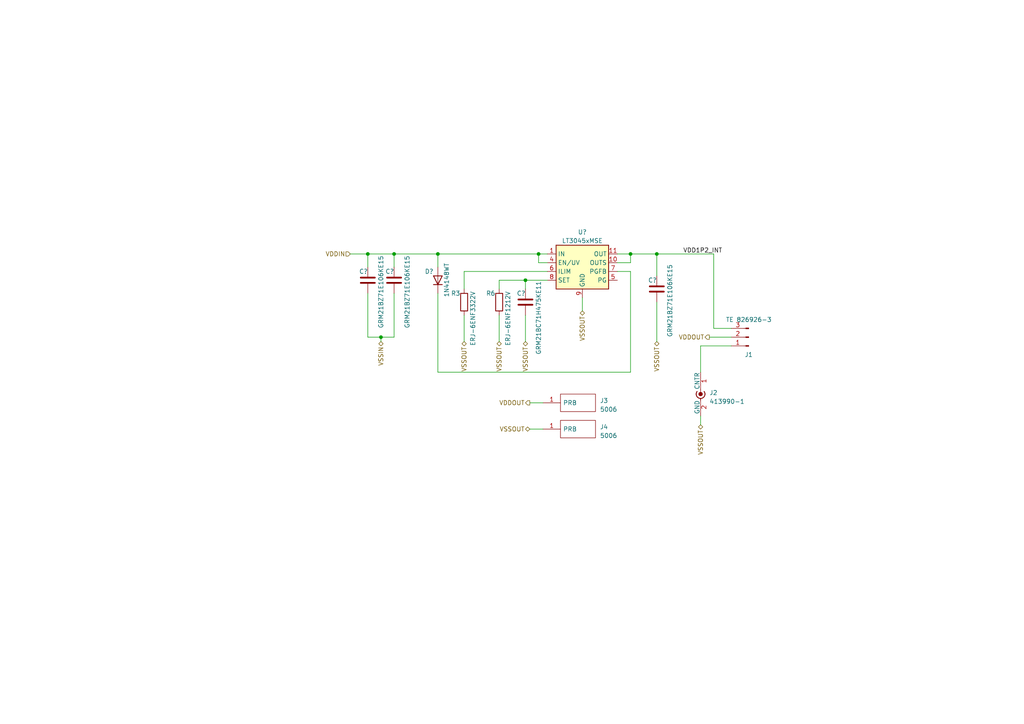
<source format=kicad_sch>
(kicad_sch (version 20230121) (generator eeschema)
  (paper "A4")
  (lib_symbols
    (symbol "Regulator_Linear:LT3045xMSE"
      (property "Reference" "U" (at -6.35 6.35 0))
      (property "Value" "LT3045xMSE" (at 1.27 6.35 0))
      (symbol "LT3045xMSE_0_1"
        (rectangle (start -7.62 5.08) (end 7.62 -7.62) (stroke (width 0.254)) (fill (type background)))
      )
      (symbol "LT3045xMSE_1_1"
        (pin power_in line (at -10.16 2.54 0) (length 2.54) (name "IN") (number "1"))
        (pin input line (at 10.16 0 180) (length 2.54) (name "OUTS") (number "10"))
        (pin power_out line (at 10.16 2.54 180) (length 2.54) (name "OUT") (number "11"))
        (pin passive line (at 10.16 2.54 180) (length 2.54) hide (name "OUT") (number "12"))
        (pin passive line (at 0 -10.16 90) (length 2.54) hide (name "GND") (number "13"))
        (pin passive line (at -10.16 2.54 0) (length 2.54) hide (name "IN") (number "2"))
        (pin passive line (at -10.16 2.54 0) (length 2.54) hide (name "IN") (number "3"))
        (pin input line (at -10.16 0 0) (length 2.54) (name "EN/UV") (number "4"))
        (pin open_collector line (at 10.16 -5.08 180) (length 2.54) (name "PG") (number "5"))
        (pin passive line (at -10.16 -2.54 0) (length 2.54) (name "ILIM") (number "6"))
        (pin input line (at 10.16 -2.54 180) (length 2.54) (name "PGFB") (number "7"))
        (pin passive line (at -10.16 -5.08 0) (length 2.54) (name "SET") (number "8"))
        (pin power_in line (at 0 -10.16 90) (length 2.54) (name "GND") (number "9"))
      )
    )
    (symbol "cyborg65r2_connectors:413990-1" (pin_names (offset 0))
      (property "Reference" "J" (at 2.54 -1.27 0))
      (property "Value" "413990-1" (at 2.54 -3.81 0))
      (symbol "413990-1_0_0"
        (pin passive line (at 0 0 270) (length 5.08) (name "CNTR") (number "1"))
        (pin passive line (at 0 -12.7 90) (length 5.08) (name "GND") (number "2"))
        (pin passive line (at 0 -12.7 90) (length 5.08) hide (name "GND") (number "3"))
        (pin passive line (at 0 -12.7 90) (length 5.08) hide (name "GND") (number "4"))
        (pin passive line (at 0 -12.7 90) (length 5.08) hide (name "GND") (number "5"))
      )
      (symbol "413990-1_0_1"
        (arc (start -1.2695 -6.3498) (mid 0.0005 -7.6143) (end 1.2705 -6.3498) (stroke (width 0.254)))
        (arc (start -1.0155 -5.5878) (mid -1.2043 -5.9482) (end -1.2695 -6.3498) (stroke (width 0.254)))
        (polyline (pts (xy 0.0005 -7.6198) (xy 0.0005 -8.1278)))
        (polyline (pts (xy 0.0005 -5.0798) (xy 0.0005 -6.3498)))
        (circle (center 0.0005 -6.3498) (radius 0.508) (stroke (width 0.2032)) (fill (type outline)))
        (arc (start 1.2705 -6.3498) (mid 1.2053 -5.9482) (end 1.0165 -5.5878) (stroke (width 0.254)))
      )
    )
    (symbol "cyborg65r2_connectors:5006" (pin_names (offset 0.762))
      (property "Reference" "J" (at 15.24 1.27 0))
      (property "Value" "5006" (at 15.24 -1.27 0))
      (symbol "5006_0_0"
        (pin passive line (at 0 0 0) (length 5.08) (name "PRB") (number "1"))
      )
      (symbol "5006_0_1"
        (polyline (pts (xy 5.08 2.54) (xy 15.24 2.54) (xy 15.24 -2.54) (xy 5.08 -2.54) (xy 5.08 2.54)) (stroke (width 0.1524)))
      )
    )
    (symbol "cyborg65r2_connectors:TE 826926-3" (pin_names (offset 1.016) hide)
      (property "Reference" "J" (at 0 5.08 0))
      (property "Value" "TE 826926-3" (at 0 -5.08 0))
      (symbol "TE 826926-3_1_1"
        (polyline (pts (xy 1.27 -2.54) (xy 0.8636 -2.54)) (stroke (width 0.1524)))
        (polyline (pts (xy 1.27 0) (xy 0.8636 0)) (stroke (width 0.1524)))
        (polyline (pts (xy 1.27 2.54) (xy 0.8636 2.54)) (stroke (width 0.1524)))
        (rectangle (start 0.8636 -2.413) (end 0 -2.667) (stroke (width 0.1524)) (fill (type outline)))
        (rectangle (start 0.8636 0.127) (end 0 -0.127) (stroke (width 0.1524)) (fill (type outline)))
        (rectangle (start 0.8636 2.667) (end 0 2.413) (stroke (width 0.1524)) (fill (type outline)))
        (pin passive line (at 5.08 2.54 180) (length 3.81) (name "Pin_1") (number "1"))
        (pin passive line (at 5.08 0 180) (length 3.81) (name "Pin_2") (number "2"))
        (pin passive line (at 5.08 -2.54 180) (length 3.81) (name "Pin_3") (number "3"))
      )
    )
    (symbol "cyborg65r2_pcb_passives:1N4148WT" (pin_numbers hide) (pin_names (offset 1.016) hide)
      (property "Reference" "D" (at 0 2.54 0))
      (property "Value" "1N4148WT" (at 0 -2.54 0))
      (symbol "1N4148WT_0_1"
        (polyline (pts (xy -1.27 1.27) (xy -1.27 -1.27)) (stroke (width 0.254)))
        (polyline (pts (xy 1.27 0) (xy -1.27 0)))
        (polyline (pts (xy 1.27 1.27) (xy 1.27 -1.27) (xy -1.27 0) (xy 1.27 1.27)) (stroke (width 0.254)))
      )
      (symbol "1N4148WT_1_1"
        (pin passive line (at -3.81 0 0) (length 2.54) (name "K") (number "1"))
        (pin passive line (at 3.81 0 180) (length 2.54) (name "A") (number "2"))
      )
    )
    (symbol "cyborg65r2_pcb_passives:ERJ-6ENF1212V" (pin_numbers hide) (pin_names (offset 0))
      (property "Reference" "R" (at 2.032 0 90))
      (property "Value" "ERJ-6ENF1212V" (at -2.54 0 90))
      (symbol "ERJ-6ENF1212V_0_1"
        (rectangle (start -1.016 -2.54) (end 1.016 2.54) (stroke (width 0.254)))
      )
      (symbol "ERJ-6ENF1212V_1_1"
        (pin passive line (at 0 3.81 270) (length 1.27) (name "~") (number "1"))
        (pin passive line (at 0 -3.81 90) (length 1.27) (name "~") (number "2"))
      )
    )
    (symbol "cyborg65r2_pcb_passives:ERJ-6ENF3322V" (pin_numbers hide) (pin_names (offset 0))
      (property "Reference" "R" (at 2.032 0 90))
      (property "Value" "ERJ-6ENF3322V" (at -2.54 0 90))
      (symbol "ERJ-6ENF3322V_0_1"
        (rectangle (start -1.016 -2.54) (end 1.016 2.54) (stroke (width 0.254)))
      )
      (symbol "ERJ-6ENF3322V_1_1"
        (pin passive line (at 0 3.81 270) (length 1.27) (name "~") (number "1"))
        (pin passive line (at 0 -3.81 90) (length 1.27) (name "~") (number "2"))
      )
    )
    (symbol "cyborg65r2_pcb_passives:GRM21BC71H475KE11" (pin_numbers hide) (pin_names (offset 0.254))
      (property "Reference" "C" (at 0.635 2.54 0))
      (property "Value" "GRM21BC71H475KE11" (at 0.635 -2.54 0))
      (symbol "GRM21BC71H475KE11_0_1"
        (polyline (pts (xy -2.032 -0.762) (xy 2.032 -0.762)) (stroke (width 0.508)))
        (polyline (pts (xy -2.032 0.762) (xy 2.032 0.762)) (stroke (width 0.508)))
      )
      (symbol "GRM21BC71H475KE11_1_1"
        (pin passive line (at 0 3.81 270) (length 2.794) (name "~") (number "1"))
        (pin passive line (at 0 -3.81 90) (length 2.794) (name "~") (number "2"))
      )
    )
    (symbol "cyborg65r2_pcb_passives:GRM21BZ71E106KE15" (pin_numbers hide) (pin_names (offset 0.254))
      (property "Reference" "C" (at 0.635 2.54 0))
      (property "Value" "GRM21BZ71E106KE15" (at 0.635 -2.54 0))
      (symbol "GRM21BZ71E106KE15_0_1"
        (polyline (pts (xy -2.032 -0.762) (xy 2.032 -0.762)) (stroke (width 0.508)))
        (polyline (pts (xy -2.032 0.762) (xy 2.032 0.762)) (stroke (width 0.508)))
      )
      (symbol "GRM21BZ71E106KE15_1_1"
        (pin passive line (at 0 3.81 270) (length 2.794) (name "~") (number "1"))
        (pin passive line (at 0 -3.81 90) (length 2.794) (name "~") (number "2"))
      )
    )
  )
  (junction (at 182.88 73.66))
  (junction (at 110.49 97.79))
  (junction (at 156.21 73.66))
  (junction (at 106.68 73.66))
  (junction (at 152.4 81.28))
  (junction (at 114.3 73.66))
  (junction (at 127 73.66))
  (junction (at 190.5 73.66))
  (wire (pts (xy 127 85.09) (xy 127 107.95)))
  (wire (pts (xy 207.01 95.25) (xy 207.01 73.66)))
  (wire (pts (xy 110.49 97.79) (xy 114.3 97.79)))
  (wire (pts (xy 152.4 83.82) (xy 152.4 81.28)))
  (wire (pts (xy 134.62 78.74) (xy 134.62 83.82)))
  (wire (pts (xy 203.2 120.65) (xy 203.2 123.19)))
  (wire (pts (xy 190.5 73.66) (xy 207.01 73.66)))
  (wire (pts (xy 127 73.66) (xy 156.21 73.66)))
  (wire (pts (xy 144.78 81.28) (xy 144.78 83.82)))
  (wire (pts (xy 106.68 97.79) (xy 110.49 97.79)))
  (wire (pts (xy 134.62 91.44) (xy 134.62 99.06)))
  (wire (pts (xy 144.78 91.44) (xy 144.78 99.06)))
  (wire (pts (xy 114.3 77.47) (xy 114.3 73.66)))
  (wire (pts (xy 127 77.47) (xy 127 73.66)))
  (wire (pts (xy 156.21 73.66) (xy 158.75 73.66)))
  (wire (pts (xy 203.2 100.33) (xy 203.2 107.95)))
  (wire (pts (xy 106.68 85.09) (xy 106.68 97.79)))
  (wire (pts (xy 182.88 78.74) (xy 179.07 78.74)))
  (wire (pts (xy 182.88 73.66) (xy 190.5 73.66)))
  (wire (pts (xy 110.49 97.79) (xy 110.49 99.06)))
  (wire (pts (xy 158.75 78.74) (xy 134.62 78.74)))
  (wire (pts (xy 152.4 91.44) (xy 152.4 99.06)))
  (wire (pts (xy 182.88 76.2) (xy 182.88 73.66)))
  (wire (pts (xy 158.75 76.2) (xy 156.21 76.2)))
  (wire (pts (xy 106.68 77.47) (xy 106.68 73.66)))
  (wire (pts (xy 179.07 73.66) (xy 182.88 73.66)))
  (wire (pts (xy 106.68 73.66) (xy 114.3 73.66)))
  (wire (pts (xy 168.91 86.36) (xy 168.91 90.17)))
  (wire (pts (xy 212.09 100.33) (xy 203.2 100.33)))
  (wire (pts (xy 156.21 76.2) (xy 156.21 73.66)))
  (wire (pts (xy 212.09 95.25) (xy 207.01 95.25)))
  (wire (pts (xy 182.88 107.95) (xy 182.88 78.74)))
  (wire (pts (xy 152.4 81.28) (xy 158.75 81.28)))
  (wire (pts (xy 101.6 73.66) (xy 106.68 73.66)))
  (wire (pts (xy 190.5 87.63) (xy 190.5 99.06)))
  (wire (pts (xy 153.67 124.46) (xy 157.48 124.46)))
  (wire (pts (xy 114.3 73.66) (xy 127 73.66)))
  (wire (pts (xy 153.67 116.84) (xy 157.48 116.84)))
  (wire (pts (xy 114.3 85.09) (xy 114.3 97.79)))
  (wire (pts (xy 127 107.95) (xy 182.88 107.95)))
  (wire (pts (xy 190.5 73.66) (xy 190.5 80.01)))
  (wire (pts (xy 179.07 76.2) (xy 182.88 76.2)))
  (wire (pts (xy 152.4 81.28) (xy 144.78 81.28)))
  (wire (pts (xy 205.74 97.79) (xy 212.09 97.79)))
  (label "VDD1P2_INT" (at 198.12 73.66 0))
  (hierarchical_label "VSSOUT" (shape bidirectional) (at 203.2 123.19 270))
  (hierarchical_label "VDDIN" (shape input) (at 101.6 73.66 180))
  (hierarchical_label "VDDOUT" (shape output) (at 153.67 116.84 180))
  (hierarchical_label "VSSOUT" (shape bidirectional) (at 144.78 99.06 270))
  (hierarchical_label "VSSOUT" (shape bidirectional) (at 153.67 124.46 180))
  (hierarchical_label "VSSOUT" (shape bidirectional) (at 190.5 99.06 270))
  (hierarchical_label "VSSIN" (shape bidirectional) (at 110.49 99.06 270))
  (hierarchical_label "VDDOUT" (shape output) (at 205.74 97.79 180))
  (hierarchical_label "VSSOUT" (shape bidirectional) (at 152.4 99.06 270))
  (hierarchical_label "VSSOUT" (shape bidirectional) (at 168.91 90.17 270))
  (hierarchical_label "VSSOUT" (shape bidirectional) (at 134.62 99.06 270))
  (symbol (lib_id "cyborg65r2_pcb_passives:GRM21BZ71E106KE15") (at 190.5 83.82 0) (unit 1)
    (property "Reference" "C?" (at 187.96 81.28 0) (effects (justify left)))
    (property "Value" "GRM21BZ71E106KE15" (at 194.31 97.79 90) (effects (justify left)))
    (property "Footprint" "Capacitor_SMD:C_0805_2012Metric" (effects hide))
    (property "Datasheet" "https://www.murata.com/products/productdetail?partno=GRM21BZ71E106KE15%23" (effects hide))
    (instances (project "cyborg65r2_thermo_pcb" (path "" (reference "C?") (unit 1)) (path "" (reference "C4") (unit 1)) (path "" (reference "C8") (unit 1)) (path "" (reference "C20") (unit 1)) (path "" (reference "C16") (unit 1))))
  )
  (symbol (lib_id "cyborg65r2_pcb_passives:GRM21BZ71E106KE15") (at 106.68 81.28 0) (unit 1)
    (property "Reference" "C?" (at 104.14 78.74 0) (effects (justify left)))
    (property "Value" "GRM21BZ71E106KE15" (at 110.49 95.25 90) (effects (justify left)))
    (property "Footprint" "Capacitor_SMD:C_0805_2012Metric" (effects hide))
    (property "Datasheet" "https://www.murata.com/products/productdetail?partno=GRM21BZ71E106KE15%23" (effects hide))
    (instances (project "cyborg65r2_thermo_pcb" (path "" (reference "C?") (unit 1)) (path "" (reference "C1") (unit 1)) (path "" (reference "C5") (unit 1)) (path "" (reference "C17") (unit 1)) (path "" (reference "C13") (unit 1))))
  )
  (symbol (lib_id "cyborg65r2_connectors:5006") (at 157.48 124.46 0) (unit 1)
    (property "Reference" "J4" (at 173.99 123.825 0) (effects (justify left)))
    (property "Value" "5006" (at 173.99 126.365 0) (effects (justify left)))
    (property "Footprint" "cyborg65r2_connectors:5006" (effects hide))
    (property "Datasheet" "http://www.keyelco.com/product-pdf.cfm?p=1315" (effects hide))
    (property "Description" "Test Point, PC, Snap in Mounting,  Compact, Black Base" (effects hide))
    (property "Manufacturer_Name" "Keystone Electronics" (effects hide))
    (property "Manufacturer_Part_Number" "5006" (effects hide))
    (property "Mouser Part Number" "534-5006" (effects hide))
    (property "Mouser Price/Stock" "https://www.mouser.co.uk/ProductDetail/Keystone-Electronics/5006?qs=q0tsjPZWdm99DN5QVOwb8g%3D%3D" (effects hide))
    (property "Arrow Part Number" "5006" (effects hide))
    (property "Arrow Price/Stock" "https://www.arrow.com/en/products/5006/keystone-electronics?region=europe" (effects hide))
    (instances (project "cyborg65r2_thermo_pcb" (path "" (reference "J4") (unit 1)) (path "" (reference "J6") (unit 1)) (path "" (reference "J10") (unit 1)) (path "" (reference "J14") (unit 1))))
  )
  (symbol (lib_id "cyborg65r2_pcb_passives:GRM21BC71H475KE11") (at 152.4 87.63 0) (unit 1)
    (property "Reference" "C?" (at 149.86 85.09 0) (effects (justify left)))
    (property "Value" "GRM21BC71H475KE11" (at 156.21 102.87 90) (effects (justify left)))
    (property "Footprint" "Capacitor_SMD:C_0805_2012Metric" (effects hide))
    (property "Datasheet" "https://www.murata.com/en-eu/products/productdetail?partno=GRM21BC71H475KE11%23" (effects hide))
    (instances (project "cyborg65r2_thermo_pcb" (path "" (reference "C?") (unit 1)) (path "" (reference "C3") (unit 1)) (path "" (reference "C7") (unit 1)) (path "" (reference "C19") (unit 1)) (path "" (reference "C15") (unit 1))))
  )
  (symbol (lib_id "cyborg65r2_connectors:TE 826926-3") (at 217.17 97.79 180) (unit 1)
    (property "Reference" "J1" (at 217.17 102.87 0))
    (property "Value" "TE 826926-3" (at 217.17 92.71 0))
    (property "Footprint" "Connector_PinHeader_2.54mm:PinHeader_1x03_P2.54mm_Vertical" (effects hide))
    (property "Datasheet" "https://www.te.com/usa-en/product-826926-3.html" (effects hide))
    (instances (project "cyborg65r2_thermo_pcb" (path "" (reference "J1") (unit 1)) (path "" (reference "J8") (unit 1)) (path "" (reference "J12") (unit 1)) (path "" (reference "J16") (unit 1))))
  )
  (symbol (lib_id "Regulator_Linear:LT3045xMSE") (at 168.91 76.2 0) (unit 1)
    (property "Reference" "U?" (at 168.91 67.31 0))
    (property "Value" "LT3045xMSE" (at 168.91 69.85 0))
    (property "Footprint" "Package_SO:MSOP-12-1EP_3x4mm_P0.65mm_EP1.65x2.85mm" (effects hide))
    (property "Datasheet" "https://www.analog.com/media/en/technical-documentation/data-sheets/3045fa.pdf" (effects hide))
    (instances (project "cyborg65r2_thermo_pcb" (path "" (reference "U?") (unit 1)) (path "" (reference "U1") (unit 1)) (path "" (reference "U2") (unit 1)) (path "" (reference "U4") (unit 1)) (path "" (reference "U4") (unit 1))))
  )
  (symbol (lib_id "cyborg65r2_connectors:5006") (at 157.48 116.84 0) (unit 1)
    (property "Reference" "J3" (at 173.99 116.205 0) (effects (justify left)))
    (property "Value" "5006" (at 173.99 118.745 0) (effects (justify left)))
    (property "Footprint" "cyborg65r2_connectors:5006" (effects hide))
    (property "Datasheet" "http://www.keyelco.com/product-pdf.cfm?p=1315" (effects hide))
    (property "Description" "Test Point, PC, Snap in Mounting,  Compact, Black Base" (effects hide))
    (property "Manufacturer_Name" "Keystone Electronics" (effects hide))
    (property "Manufacturer_Part_Number" "5006" (effects hide))
    (property "Mouser Part Number" "534-5006" (effects hide))
    (property "Mouser Price/Stock" "https://www.mouser.co.uk/ProductDetail/Keystone-Electronics/5006?qs=q0tsjPZWdm99DN5QVOwb8g%3D%3D" (effects hide))
    (property "Arrow Part Number" "5006" (effects hide))
    (property "Arrow Price/Stock" "https://www.arrow.com/en/products/5006/keystone-electronics?region=europe" (effects hide))
    (instances (project "cyborg65r2_thermo_pcb" (path "" (reference "J3") (unit 1)) (path "" (reference "J5") (unit 1)) (path "" (reference "J9") (unit 1)) (path "" (reference "J13") (unit 1))))
  )
  (symbol (lib_id "cyborg65r2_pcb_passives:1N4148WT") (at 127 81.28 90) (unit 1)
    (property "Reference" "D?" (at 123.19 78.74 90) (effects (justify right)))
    (property "Value" "1N4148WT" (at 129.54 76.2 0) (effects (justify right)))
    (property "Footprint" "Diode_SMD:D_SOD-523" (effects hide))
    (property "Datasheet" "https://www.onsemi.com/products/discrete-power-modules/small-signal-switching-diodes/1n4148wt" (effects hide))
    (property "Sim.Device" "D" (effects hide))
    (property "Sim.Pins" "1=K 2=A" (effects hide))
    (instances (project "cyborg65r2_thermo_pcb" (path "" (reference "D?") (unit 1)) (path "" (reference "D1") (unit 1)) (path "" (reference "D2") (unit 1)) (path "" (reference "D3") (unit 1)) (path "" (reference "D4") (unit 1))))
  )
  (symbol (lib_id "cyborg65r2_connectors:413990-1") (at 203.2 107.95 0) (unit 1)
    (property "Reference" "J2" (at 205.74 113.9188 0) (effects (justify left)))
    (property "Value" "413990-1" (at 205.74 116.4588 0) (effects (justify left)))
    (property "Footprint" "cyborg65r2_connectors:413990-1" (effects hide))
    (property "Datasheet" "https://componentsearchengine.com/Datasheets/2/413990-1.pdf" (effects hide))
    (property "Description" "SMB Connector Receptacle, Male Pin 50Ohm Through Hole Solder" (effects hide))
    (property "Height" "7.62" (effects hide))
    (property "Manufacturer_Name" "TE Connectivity" (effects hide))
    (property "Manufacturer_Part_Number" "413990-1" (effects hide))
    (property "Mouser Part Number" "571-4139901" (effects hide))
    (property "Mouser Price/Stock" "https://www.mouser.co.uk/ProductDetail/TE-Connectivity/413990-1?qs=7QuPeZUaY4GhWa7hqv5PMQ%3D%3D" (effects hide))
    (property "Arrow Part Number" "413990-1" (effects hide))
    (property "Arrow Price/Stock" "https://www.arrow.com/en/products/413990-1/te-connectivity?region=nac" (effects hide))
    (instances (project "cyborg65r2_thermo_pcb" (path "" (reference "J2") (unit 1)) (path "" (reference "J7") (unit 1)) (path "" (reference "J11") (unit 1)) (path "" (reference "J15") (unit 1))))
  )
  (symbol (lib_id "cyborg65r2_pcb_passives:ERJ-6ENF3322V") (at 134.62 87.63 0) (unit 1)
    (property "Reference" "R3" (at 130.81 85.09 0) (effects (justify left)))
    (property "Value" "ERJ-6ENF3322V" (at 137.16 100.33 90) (effects (justify left)))
    (property "Footprint" "Resistor_SMD:R_0805_2012Metric" (effects hide))
    (property "Datasheet" "https://industrial.panasonic.com/cdbs/www-data/pdf/RDA0000/AOA0000C304.pdf" (effects hide))
    (instances (project "cyborg65r2_thermo_pcb" (path "" (reference "R3") (unit 1)) (path "" (reference "R5") (unit 1)) (path "" (reference "R7") (unit 1))))
  )
  (symbol (lib_id "cyborg65r2_pcb_passives:GRM21BZ71E106KE15") (at 114.3 81.28 0) (unit 1)
    (property "Reference" "C?" (at 111.76 78.74 0) (effects (justify left)))
    (property "Value" "GRM21BZ71E106KE15" (at 118.11 95.25 90) (effects (justify left)))
    (property "Footprint" "Capacitor_SMD:C_0805_2012Metric" (effects hide))
    (property "Datasheet" "https://www.murata.com/products/productdetail?partno=GRM21BZ71E106KE15%23" (effects hide))
    (instances (project "cyborg65r2_thermo_pcb" (path "" (reference "C?") (unit 1)) (path "" (reference "C2") (unit 1)) (path "" (reference "C6") (unit 1)) (path "" (reference "C18") (unit 1)) (path "" (reference "C14") (unit 1))))
  )
  (symbol (lib_id "cyborg65r2_pcb_passives:ERJ-6ENF1212V") (at 144.78 87.63 0) (unit 1)
    (property "Reference" "R6" (at 140.97 85.09 0) (effects (justify left)))
    (property "Value" "ERJ-6ENF1212V" (at 147.32 100.33 90) (effects (justify left)))
    (property "Footprint" "Resistor_SMD:R_0805_2012Metric" (effects hide))
    (property "Datasheet" "https://industrial.panasonic.com/cdbs/www-data/pdf/RDA0000/AOA0000C304.pdf" (effects hide))
    (instances (project "cyborg65r2_thermo_pcb" (path "" (reference "R6") (unit 1)) (path "" (reference "R8") (unit 1))))
  )
)
</source>
